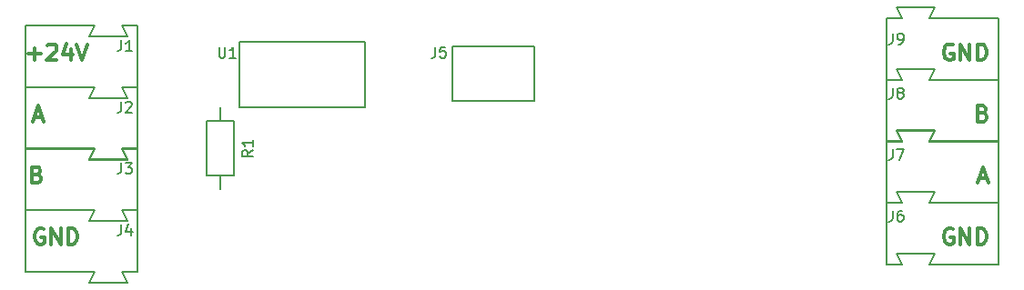
<source format=gbr>
G04 #@! TF.GenerationSoftware,KiCad,Pcbnew,5.0.0-fee4fd1~66~ubuntu16.04.1*
G04 #@! TF.CreationDate,2018-09-26T21:25:10+02:00*
G04 #@! TF.ProjectId,bus-splitter,6275732D73706C69747465722E6B6963,A*
G04 #@! TF.SameCoordinates,Original*
G04 #@! TF.FileFunction,Legend,Top*
G04 #@! TF.FilePolarity,Positive*
%FSLAX46Y46*%
G04 Gerber Fmt 4.6, Leading zero omitted, Abs format (unit mm)*
G04 Created by KiCad (PCBNEW 5.0.0-fee4fd1~66~ubuntu16.04.1) date Wed Sep 26 21:25:10 2018*
%MOMM*%
%LPD*%
G01*
G04 APERTURE LIST*
%ADD10C,0.300000*%
%ADD11C,0.150000*%
G04 APERTURE END LIST*
D10*
X187511428Y-93865000D02*
X187368571Y-93793571D01*
X187154285Y-93793571D01*
X186940000Y-93865000D01*
X186797142Y-94007857D01*
X186725714Y-94150714D01*
X186654285Y-94436428D01*
X186654285Y-94650714D01*
X186725714Y-94936428D01*
X186797142Y-95079285D01*
X186940000Y-95222142D01*
X187154285Y-95293571D01*
X187297142Y-95293571D01*
X187511428Y-95222142D01*
X187582857Y-95150714D01*
X187582857Y-94650714D01*
X187297142Y-94650714D01*
X188225714Y-95293571D02*
X188225714Y-93793571D01*
X189082857Y-95293571D01*
X189082857Y-93793571D01*
X189797142Y-95293571D02*
X189797142Y-93793571D01*
X190154285Y-93793571D01*
X190368571Y-93865000D01*
X190511428Y-94007857D01*
X190582857Y-94150714D01*
X190654285Y-94436428D01*
X190654285Y-94650714D01*
X190582857Y-94936428D01*
X190511428Y-95079285D01*
X190368571Y-95222142D01*
X190154285Y-95293571D01*
X189797142Y-95293571D01*
X189940000Y-89150000D02*
X190654285Y-89150000D01*
X189797142Y-89578571D02*
X190297142Y-88078571D01*
X190797142Y-89578571D01*
X190297142Y-83077857D02*
X190511428Y-83149285D01*
X190582857Y-83220714D01*
X190654285Y-83363571D01*
X190654285Y-83577857D01*
X190582857Y-83720714D01*
X190511428Y-83792142D01*
X190368571Y-83863571D01*
X189797142Y-83863571D01*
X189797142Y-82363571D01*
X190297142Y-82363571D01*
X190440000Y-82435000D01*
X190511428Y-82506428D01*
X190582857Y-82649285D01*
X190582857Y-82792142D01*
X190511428Y-82935000D01*
X190440000Y-83006428D01*
X190297142Y-83077857D01*
X189797142Y-83077857D01*
X187511428Y-76720000D02*
X187368571Y-76648571D01*
X187154285Y-76648571D01*
X186940000Y-76720000D01*
X186797142Y-76862857D01*
X186725714Y-77005714D01*
X186654285Y-77291428D01*
X186654285Y-77505714D01*
X186725714Y-77791428D01*
X186797142Y-77934285D01*
X186940000Y-78077142D01*
X187154285Y-78148571D01*
X187297142Y-78148571D01*
X187511428Y-78077142D01*
X187582857Y-78005714D01*
X187582857Y-77505714D01*
X187297142Y-77505714D01*
X188225714Y-78148571D02*
X188225714Y-76648571D01*
X189082857Y-78148571D01*
X189082857Y-76648571D01*
X189797142Y-78148571D02*
X189797142Y-76648571D01*
X190154285Y-76648571D01*
X190368571Y-76720000D01*
X190511428Y-76862857D01*
X190582857Y-77005714D01*
X190654285Y-77291428D01*
X190654285Y-77505714D01*
X190582857Y-77791428D01*
X190511428Y-77934285D01*
X190368571Y-78077142D01*
X190154285Y-78148571D01*
X189797142Y-78148571D01*
X102937857Y-93865000D02*
X102795000Y-93793571D01*
X102580714Y-93793571D01*
X102366428Y-93865000D01*
X102223571Y-94007857D01*
X102152142Y-94150714D01*
X102080714Y-94436428D01*
X102080714Y-94650714D01*
X102152142Y-94936428D01*
X102223571Y-95079285D01*
X102366428Y-95222142D01*
X102580714Y-95293571D01*
X102723571Y-95293571D01*
X102937857Y-95222142D01*
X103009285Y-95150714D01*
X103009285Y-94650714D01*
X102723571Y-94650714D01*
X103652142Y-95293571D02*
X103652142Y-93793571D01*
X104509285Y-95293571D01*
X104509285Y-93793571D01*
X105223571Y-95293571D02*
X105223571Y-93793571D01*
X105580714Y-93793571D01*
X105795000Y-93865000D01*
X105937857Y-94007857D01*
X106009285Y-94150714D01*
X106080714Y-94436428D01*
X106080714Y-94650714D01*
X106009285Y-94936428D01*
X105937857Y-95079285D01*
X105795000Y-95222142D01*
X105580714Y-95293571D01*
X105223571Y-95293571D01*
X102342142Y-88792857D02*
X102556428Y-88864285D01*
X102627857Y-88935714D01*
X102699285Y-89078571D01*
X102699285Y-89292857D01*
X102627857Y-89435714D01*
X102556428Y-89507142D01*
X102413571Y-89578571D01*
X101842142Y-89578571D01*
X101842142Y-88078571D01*
X102342142Y-88078571D01*
X102485000Y-88150000D01*
X102556428Y-88221428D01*
X102627857Y-88364285D01*
X102627857Y-88507142D01*
X102556428Y-88650000D01*
X102485000Y-88721428D01*
X102342142Y-88792857D01*
X101842142Y-88792857D01*
X102080714Y-83435000D02*
X102795000Y-83435000D01*
X101937857Y-83863571D02*
X102437857Y-82363571D01*
X102937857Y-83863571D01*
X101517142Y-77577142D02*
X102660000Y-77577142D01*
X102088571Y-78148571D02*
X102088571Y-77005714D01*
X103302857Y-76791428D02*
X103374285Y-76720000D01*
X103517142Y-76648571D01*
X103874285Y-76648571D01*
X104017142Y-76720000D01*
X104088571Y-76791428D01*
X104160000Y-76934285D01*
X104160000Y-77077142D01*
X104088571Y-77291428D01*
X103231428Y-78148571D01*
X104160000Y-78148571D01*
X105445714Y-77148571D02*
X105445714Y-78148571D01*
X105088571Y-76577142D02*
X104731428Y-77648571D01*
X105660000Y-77648571D01*
X106017142Y-76648571D02*
X106517142Y-78148571D01*
X107017142Y-76648571D01*
D11*
G04 #@! TO.C,U1*
X121158000Y-76454000D02*
X121158000Y-82550000D01*
X132842000Y-76454000D02*
X121158000Y-76454000D01*
X132842000Y-82550000D02*
X132842000Y-76454000D01*
X121158000Y-82550000D02*
X132842000Y-82550000D01*
G04 #@! TO.C,J1*
X101219000Y-80670400D02*
X101219000Y-74930000D01*
X111683800Y-74930000D02*
X111683800Y-80670400D01*
X107162600Y-75946000D02*
X107670600Y-74930000D01*
X110693200Y-75946000D02*
X107162600Y-75946000D01*
X110185200Y-74930000D02*
X110693200Y-75946000D01*
X107162600Y-81686400D02*
X107670600Y-80670400D01*
X110693200Y-81686400D02*
X107162600Y-81686400D01*
X110185200Y-80670400D02*
X110693200Y-81686400D01*
X111683800Y-74930000D02*
X110185200Y-74930000D01*
X101219000Y-74930000D02*
X107670600Y-74930000D01*
X111683800Y-80670400D02*
X110185200Y-80670400D01*
X101219000Y-80670400D02*
X107670600Y-80670400D01*
G04 #@! TO.C,J2*
X101219000Y-86385400D02*
X101219000Y-80645000D01*
X111683800Y-80645000D02*
X111683800Y-86385400D01*
X107162600Y-81661000D02*
X107670600Y-80645000D01*
X110693200Y-81661000D02*
X107162600Y-81661000D01*
X110185200Y-80645000D02*
X110693200Y-81661000D01*
X107162600Y-87401400D02*
X107670600Y-86385400D01*
X110693200Y-87401400D02*
X107162600Y-87401400D01*
X110185200Y-86385400D02*
X110693200Y-87401400D01*
X111683800Y-80645000D02*
X110185200Y-80645000D01*
X101219000Y-80645000D02*
X107670600Y-80645000D01*
X111683800Y-86385400D02*
X110185200Y-86385400D01*
X101219000Y-86385400D02*
X107670600Y-86385400D01*
G04 #@! TO.C,J3*
X101219000Y-92100400D02*
X101219000Y-86360000D01*
X111683800Y-86360000D02*
X111683800Y-92100400D01*
X107162600Y-87376000D02*
X107670600Y-86360000D01*
X110693200Y-87376000D02*
X107162600Y-87376000D01*
X110185200Y-86360000D02*
X110693200Y-87376000D01*
X107162600Y-93116400D02*
X107670600Y-92100400D01*
X110693200Y-93116400D02*
X107162600Y-93116400D01*
X110185200Y-92100400D02*
X110693200Y-93116400D01*
X111683800Y-86360000D02*
X110185200Y-86360000D01*
X101219000Y-86360000D02*
X107670600Y-86360000D01*
X111683800Y-92100400D02*
X110185200Y-92100400D01*
X101219000Y-92100400D02*
X107670600Y-92100400D01*
G04 #@! TO.C,J4*
X101219000Y-97815400D02*
X101219000Y-92075000D01*
X111683800Y-92075000D02*
X111683800Y-97815400D01*
X107162600Y-93091000D02*
X107670600Y-92075000D01*
X110693200Y-93091000D02*
X107162600Y-93091000D01*
X110185200Y-92075000D02*
X110693200Y-93091000D01*
X107162600Y-98831400D02*
X107670600Y-97815400D01*
X110693200Y-98831400D02*
X107162600Y-98831400D01*
X110185200Y-97815400D02*
X110693200Y-98831400D01*
X111683800Y-92075000D02*
X110185200Y-92075000D01*
X101219000Y-92075000D02*
X107670600Y-92075000D01*
X111683800Y-97815400D02*
X110185200Y-97815400D01*
X101219000Y-97815400D02*
X107670600Y-97815400D01*
G04 #@! TO.C,J6*
X191770000Y-91414600D02*
X191770000Y-97155000D01*
X181305200Y-97155000D02*
X181305200Y-91414600D01*
X185826400Y-96139000D02*
X185318400Y-97155000D01*
X182295800Y-96139000D02*
X185826400Y-96139000D01*
X182803800Y-97155000D02*
X182295800Y-96139000D01*
X185826400Y-90398600D02*
X185318400Y-91414600D01*
X182295800Y-90398600D02*
X185826400Y-90398600D01*
X182803800Y-91414600D02*
X182295800Y-90398600D01*
X181305200Y-97155000D02*
X182803800Y-97155000D01*
X191770000Y-97155000D02*
X185318400Y-97155000D01*
X181305200Y-91414600D02*
X182803800Y-91414600D01*
X191770000Y-91414600D02*
X185318400Y-91414600D01*
G04 #@! TO.C,J7*
X191770000Y-85699600D02*
X191770000Y-91440000D01*
X181305200Y-91440000D02*
X181305200Y-85699600D01*
X185826400Y-90424000D02*
X185318400Y-91440000D01*
X182295800Y-90424000D02*
X185826400Y-90424000D01*
X182803800Y-91440000D02*
X182295800Y-90424000D01*
X185826400Y-84683600D02*
X185318400Y-85699600D01*
X182295800Y-84683600D02*
X185826400Y-84683600D01*
X182803800Y-85699600D02*
X182295800Y-84683600D01*
X181305200Y-91440000D02*
X182803800Y-91440000D01*
X191770000Y-91440000D02*
X185318400Y-91440000D01*
X181305200Y-85699600D02*
X182803800Y-85699600D01*
X191770000Y-85699600D02*
X185318400Y-85699600D01*
G04 #@! TO.C,J8*
X191770000Y-79984600D02*
X191770000Y-85725000D01*
X181305200Y-85725000D02*
X181305200Y-79984600D01*
X185826400Y-84709000D02*
X185318400Y-85725000D01*
X182295800Y-84709000D02*
X185826400Y-84709000D01*
X182803800Y-85725000D02*
X182295800Y-84709000D01*
X185826400Y-78968600D02*
X185318400Y-79984600D01*
X182295800Y-78968600D02*
X185826400Y-78968600D01*
X182803800Y-79984600D02*
X182295800Y-78968600D01*
X181305200Y-85725000D02*
X182803800Y-85725000D01*
X191770000Y-85725000D02*
X185318400Y-85725000D01*
X181305200Y-79984600D02*
X182803800Y-79984600D01*
X191770000Y-79984600D02*
X185318400Y-79984600D01*
G04 #@! TO.C,J9*
X191770000Y-74269600D02*
X191770000Y-80010000D01*
X181305200Y-80010000D02*
X181305200Y-74269600D01*
X185826400Y-78994000D02*
X185318400Y-80010000D01*
X182295800Y-78994000D02*
X185826400Y-78994000D01*
X182803800Y-80010000D02*
X182295800Y-78994000D01*
X185826400Y-73253600D02*
X185318400Y-74269600D01*
X182295800Y-73253600D02*
X185826400Y-73253600D01*
X182803800Y-74269600D02*
X182295800Y-73253600D01*
X181305200Y-80010000D02*
X182803800Y-80010000D01*
X191770000Y-80010000D02*
X185318400Y-80010000D01*
X181305200Y-74269600D02*
X182803800Y-74269600D01*
X191770000Y-74269600D02*
X185318400Y-74269600D01*
G04 #@! TO.C,J5*
X140970000Y-81915000D02*
X140970000Y-76835000D01*
X148590000Y-81915000D02*
X140970000Y-81915000D01*
X148590000Y-76835000D02*
X148590000Y-81915000D01*
X140970000Y-76835000D02*
X148590000Y-76835000D01*
G04 #@! TO.C,R1*
X119380000Y-88900000D02*
X119380000Y-90170000D01*
X119380000Y-83820000D02*
X119380000Y-82550000D01*
X118110000Y-83820000D02*
X120650000Y-83820000D01*
X118110000Y-88900000D02*
X118110000Y-83820000D01*
X120650000Y-88900000D02*
X118110000Y-88900000D01*
X120650000Y-83820000D02*
X120650000Y-88900000D01*
G04 #@! TO.C,U1*
X119253095Y-76922380D02*
X119253095Y-77731904D01*
X119300714Y-77827142D01*
X119348333Y-77874761D01*
X119443571Y-77922380D01*
X119634047Y-77922380D01*
X119729285Y-77874761D01*
X119776904Y-77827142D01*
X119824523Y-77731904D01*
X119824523Y-76922380D01*
X120824523Y-77922380D02*
X120253095Y-77922380D01*
X120538809Y-77922380D02*
X120538809Y-76922380D01*
X120443571Y-77065238D01*
X120348333Y-77160476D01*
X120253095Y-77208095D01*
G04 #@! TO.C,J1*
X110156666Y-76287380D02*
X110156666Y-77001666D01*
X110109047Y-77144523D01*
X110013809Y-77239761D01*
X109870952Y-77287380D01*
X109775714Y-77287380D01*
X111156666Y-77287380D02*
X110585238Y-77287380D01*
X110870952Y-77287380D02*
X110870952Y-76287380D01*
X110775714Y-76430238D01*
X110680476Y-76525476D01*
X110585238Y-76573095D01*
G04 #@! TO.C,J2*
X110156666Y-82002380D02*
X110156666Y-82716666D01*
X110109047Y-82859523D01*
X110013809Y-82954761D01*
X109870952Y-83002380D01*
X109775714Y-83002380D01*
X110585238Y-82097619D02*
X110632857Y-82050000D01*
X110728095Y-82002380D01*
X110966190Y-82002380D01*
X111061428Y-82050000D01*
X111109047Y-82097619D01*
X111156666Y-82192857D01*
X111156666Y-82288095D01*
X111109047Y-82430952D01*
X110537619Y-83002380D01*
X111156666Y-83002380D01*
G04 #@! TO.C,J3*
X110156666Y-87717380D02*
X110156666Y-88431666D01*
X110109047Y-88574523D01*
X110013809Y-88669761D01*
X109870952Y-88717380D01*
X109775714Y-88717380D01*
X110537619Y-87717380D02*
X111156666Y-87717380D01*
X110823333Y-88098333D01*
X110966190Y-88098333D01*
X111061428Y-88145952D01*
X111109047Y-88193571D01*
X111156666Y-88288809D01*
X111156666Y-88526904D01*
X111109047Y-88622142D01*
X111061428Y-88669761D01*
X110966190Y-88717380D01*
X110680476Y-88717380D01*
X110585238Y-88669761D01*
X110537619Y-88622142D01*
G04 #@! TO.C,J4*
X110156666Y-93432380D02*
X110156666Y-94146666D01*
X110109047Y-94289523D01*
X110013809Y-94384761D01*
X109870952Y-94432380D01*
X109775714Y-94432380D01*
X111061428Y-93765714D02*
X111061428Y-94432380D01*
X110823333Y-93384761D02*
X110585238Y-94099047D01*
X111204285Y-94099047D01*
G04 #@! TO.C,J6*
X181911666Y-92162380D02*
X181911666Y-92876666D01*
X181864047Y-93019523D01*
X181768809Y-93114761D01*
X181625952Y-93162380D01*
X181530714Y-93162380D01*
X182816428Y-92162380D02*
X182625952Y-92162380D01*
X182530714Y-92210000D01*
X182483095Y-92257619D01*
X182387857Y-92400476D01*
X182340238Y-92590952D01*
X182340238Y-92971904D01*
X182387857Y-93067142D01*
X182435476Y-93114761D01*
X182530714Y-93162380D01*
X182721190Y-93162380D01*
X182816428Y-93114761D01*
X182864047Y-93067142D01*
X182911666Y-92971904D01*
X182911666Y-92733809D01*
X182864047Y-92638571D01*
X182816428Y-92590952D01*
X182721190Y-92543333D01*
X182530714Y-92543333D01*
X182435476Y-92590952D01*
X182387857Y-92638571D01*
X182340238Y-92733809D01*
G04 #@! TO.C,J7*
X181911666Y-86447380D02*
X181911666Y-87161666D01*
X181864047Y-87304523D01*
X181768809Y-87399761D01*
X181625952Y-87447380D01*
X181530714Y-87447380D01*
X182292619Y-86447380D02*
X182959285Y-86447380D01*
X182530714Y-87447380D01*
G04 #@! TO.C,J8*
X181911666Y-80732380D02*
X181911666Y-81446666D01*
X181864047Y-81589523D01*
X181768809Y-81684761D01*
X181625952Y-81732380D01*
X181530714Y-81732380D01*
X182530714Y-81160952D02*
X182435476Y-81113333D01*
X182387857Y-81065714D01*
X182340238Y-80970476D01*
X182340238Y-80922857D01*
X182387857Y-80827619D01*
X182435476Y-80780000D01*
X182530714Y-80732380D01*
X182721190Y-80732380D01*
X182816428Y-80780000D01*
X182864047Y-80827619D01*
X182911666Y-80922857D01*
X182911666Y-80970476D01*
X182864047Y-81065714D01*
X182816428Y-81113333D01*
X182721190Y-81160952D01*
X182530714Y-81160952D01*
X182435476Y-81208571D01*
X182387857Y-81256190D01*
X182340238Y-81351428D01*
X182340238Y-81541904D01*
X182387857Y-81637142D01*
X182435476Y-81684761D01*
X182530714Y-81732380D01*
X182721190Y-81732380D01*
X182816428Y-81684761D01*
X182864047Y-81637142D01*
X182911666Y-81541904D01*
X182911666Y-81351428D01*
X182864047Y-81256190D01*
X182816428Y-81208571D01*
X182721190Y-81160952D01*
G04 #@! TO.C,J9*
X181911666Y-75652380D02*
X181911666Y-76366666D01*
X181864047Y-76509523D01*
X181768809Y-76604761D01*
X181625952Y-76652380D01*
X181530714Y-76652380D01*
X182435476Y-76652380D02*
X182625952Y-76652380D01*
X182721190Y-76604761D01*
X182768809Y-76557142D01*
X182864047Y-76414285D01*
X182911666Y-76223809D01*
X182911666Y-75842857D01*
X182864047Y-75747619D01*
X182816428Y-75700000D01*
X182721190Y-75652380D01*
X182530714Y-75652380D01*
X182435476Y-75700000D01*
X182387857Y-75747619D01*
X182340238Y-75842857D01*
X182340238Y-76080952D01*
X182387857Y-76176190D01*
X182435476Y-76223809D01*
X182530714Y-76271428D01*
X182721190Y-76271428D01*
X182816428Y-76223809D01*
X182864047Y-76176190D01*
X182911666Y-76080952D01*
G04 #@! TO.C,J5*
X139366666Y-76922380D02*
X139366666Y-77636666D01*
X139319047Y-77779523D01*
X139223809Y-77874761D01*
X139080952Y-77922380D01*
X138985714Y-77922380D01*
X140319047Y-76922380D02*
X139842857Y-76922380D01*
X139795238Y-77398571D01*
X139842857Y-77350952D01*
X139938095Y-77303333D01*
X140176190Y-77303333D01*
X140271428Y-77350952D01*
X140319047Y-77398571D01*
X140366666Y-77493809D01*
X140366666Y-77731904D01*
X140319047Y-77827142D01*
X140271428Y-77874761D01*
X140176190Y-77922380D01*
X139938095Y-77922380D01*
X139842857Y-77874761D01*
X139795238Y-77827142D01*
G04 #@! TO.C,R1*
X122372380Y-86526666D02*
X121896190Y-86860000D01*
X122372380Y-87098095D02*
X121372380Y-87098095D01*
X121372380Y-86717142D01*
X121420000Y-86621904D01*
X121467619Y-86574285D01*
X121562857Y-86526666D01*
X121705714Y-86526666D01*
X121800952Y-86574285D01*
X121848571Y-86621904D01*
X121896190Y-86717142D01*
X121896190Y-87098095D01*
X122372380Y-85574285D02*
X122372380Y-86145714D01*
X122372380Y-85860000D02*
X121372380Y-85860000D01*
X121515238Y-85955238D01*
X121610476Y-86050476D01*
X121658095Y-86145714D01*
G04 #@! TD*
M02*

</source>
